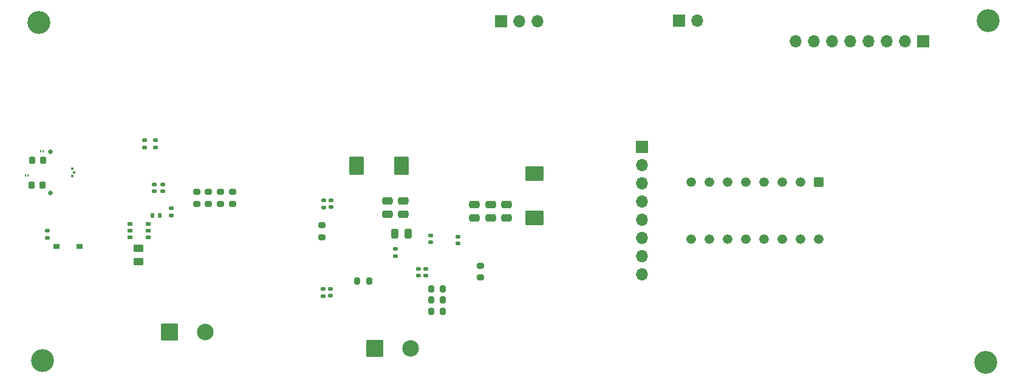
<source format=gbs>
%TF.GenerationSoftware,KiCad,Pcbnew,8.0.6*%
%TF.CreationDate,2025-02-07T14:21:58-05:00*%
%TF.ProjectId,SCAN,5343414e-2e6b-4696-9361-645f70636258,v1.0*%
%TF.SameCoordinates,Original*%
%TF.FileFunction,Soldermask,Bot*%
%TF.FilePolarity,Negative*%
%FSLAX46Y46*%
G04 Gerber Fmt 4.6, Leading zero omitted, Abs format (unit mm)*
G04 Created by KiCad (PCBNEW 8.0.6) date 2025-02-07 14:21:58*
%MOMM*%
%LPD*%
G01*
G04 APERTURE LIST*
G04 Aperture macros list*
%AMRoundRect*
0 Rectangle with rounded corners*
0 $1 Rounding radius*
0 $2 $3 $4 $5 $6 $7 $8 $9 X,Y pos of 4 corners*
0 Add a 4 corners polygon primitive as box body*
4,1,4,$2,$3,$4,$5,$6,$7,$8,$9,$2,$3,0*
0 Add four circle primitives for the rounded corners*
1,1,$1+$1,$2,$3*
1,1,$1+$1,$4,$5*
1,1,$1+$1,$6,$7*
1,1,$1+$1,$8,$9*
0 Add four rect primitives between the rounded corners*
20,1,$1+$1,$2,$3,$4,$5,0*
20,1,$1+$1,$4,$5,$6,$7,0*
20,1,$1+$1,$6,$7,$8,$9,0*
20,1,$1+$1,$8,$9,$2,$3,0*%
G04 Aperture macros list end*
%ADD10R,1.700000X1.700000*%
%ADD11O,1.700000X1.700000*%
%ADD12C,3.200000*%
%ADD13RoundRect,0.102000X-1.050000X-1.050000X1.050000X-1.050000X1.050000X1.050000X-1.050000X1.050000X0*%
%ADD14C,2.304000*%
%ADD15RoundRect,0.102000X-0.565000X0.565000X-0.565000X-0.565000X0.565000X-0.565000X0.565000X0.565000X0*%
%ADD16C,1.334000*%
%ADD17C,0.660400*%
%ADD18R,0.228600X0.304800*%
%ADD19RoundRect,0.135000X-0.185000X0.135000X-0.185000X-0.135000X0.185000X-0.135000X0.185000X0.135000X0*%
%ADD20R,0.800100X0.508000*%
%ADD21RoundRect,0.200000X-0.200000X-0.275000X0.200000X-0.275000X0.200000X0.275000X-0.200000X0.275000X0*%
%ADD22RoundRect,0.200000X0.275000X-0.200000X0.275000X0.200000X-0.275000X0.200000X-0.275000X-0.200000X0*%
%ADD23RoundRect,0.135000X0.185000X-0.135000X0.185000X0.135000X-0.185000X0.135000X-0.185000X-0.135000X0*%
%ADD24RoundRect,0.250000X0.475000X-0.250000X0.475000X0.250000X-0.475000X0.250000X-0.475000X-0.250000X0*%
%ADD25RoundRect,0.200000X-0.275000X0.200000X-0.275000X-0.200000X0.275000X-0.200000X0.275000X0.200000X0*%
%ADD26RoundRect,0.140000X-0.170000X0.140000X-0.170000X-0.140000X0.170000X-0.140000X0.170000X0.140000X0*%
%ADD27RoundRect,0.225000X0.225000X0.250000X-0.225000X0.250000X-0.225000X-0.250000X0.225000X-0.250000X0*%
%ADD28RoundRect,0.250000X1.025000X-0.787500X1.025000X0.787500X-1.025000X0.787500X-1.025000X-0.787500X0*%
%ADD29RoundRect,0.200000X0.200000X0.275000X-0.200000X0.275000X-0.200000X-0.275000X0.200000X-0.275000X0*%
%ADD30RoundRect,0.140000X0.170000X-0.140000X0.170000X0.140000X-0.170000X0.140000X-0.170000X-0.140000X0*%
%ADD31RoundRect,0.243750X0.243750X0.456250X-0.243750X0.456250X-0.243750X-0.456250X0.243750X-0.456250X0*%
%ADD32RoundRect,0.250000X-0.787500X-1.025000X0.787500X-1.025000X0.787500X1.025000X-0.787500X1.025000X0*%
%ADD33R,0.299999X0.299999*%
%ADD34RoundRect,0.135000X-0.135000X-0.185000X0.135000X-0.185000X0.135000X0.185000X-0.135000X0.185000X0*%
%ADD35RoundRect,0.250000X-0.450000X0.262500X-0.450000X-0.262500X0.450000X-0.262500X0.450000X0.262500X0*%
%ADD36R,0.820000X0.760000*%
G04 APERTURE END LIST*
D10*
%TO.C,BZ1*%
X150155000Y-71450000D03*
D11*
X152695000Y-71450000D03*
%TD*%
D12*
%TO.C,H1*%
X60900000Y-71700000D03*
%TD*%
%TO.C,H4*%
X192880000Y-119110000D03*
%TD*%
%TO.C,H3*%
X193260000Y-71430000D03*
%TD*%
D10*
%TO.C,J4*%
X125295000Y-71500000D03*
D11*
X127835000Y-71500000D03*
X130375000Y-71500000D03*
%TD*%
D13*
%TO.C,J3*%
X79122500Y-114850000D03*
D14*
X84122500Y-114850000D03*
%TD*%
D15*
%TO.C,U2*%
X169600000Y-93950000D03*
D16*
X167060000Y-93950000D03*
X164520000Y-93950000D03*
X161980000Y-93950000D03*
X159440000Y-93950000D03*
X156900000Y-93950000D03*
X154360000Y-93950000D03*
X151820000Y-93950000D03*
X151820000Y-101890000D03*
X154360000Y-101890000D03*
X156900000Y-101890000D03*
X159440000Y-101890000D03*
X161980000Y-101890000D03*
X164520000Y-101890000D03*
X167060000Y-101890000D03*
X169600000Y-101890000D03*
%TD*%
D13*
%TO.C,J2*%
X107732500Y-117190000D03*
D14*
X112732500Y-117190000D03*
%TD*%
D17*
%TO.C,J1*%
X62465000Y-89729999D03*
X62465000Y-95510001D03*
%TD*%
D12*
%TO.C,H2*%
X61370000Y-118810000D03*
%TD*%
D10*
%TO.C,J9*%
X144920000Y-89085000D03*
D11*
X144920000Y-91625000D03*
X144920000Y-94165000D03*
X144920000Y-96705000D03*
X144920000Y-99245000D03*
X144920000Y-101785000D03*
X144920000Y-104325000D03*
X144920000Y-106865000D03*
%TD*%
D10*
%TO.C,J7*%
X184150000Y-74340000D03*
D11*
X181610000Y-74340000D03*
X179070000Y-74340000D03*
X176530000Y-74340000D03*
X173990000Y-74340000D03*
X171450000Y-74340000D03*
X168910000Y-74340000D03*
X166370000Y-74340000D03*
%TD*%
D18*
%TO.C,D1*%
X59335600Y-92990000D03*
X58980000Y-92990000D03*
%TD*%
D19*
%TO.C,R55*%
X77110000Y-88120000D03*
X77110000Y-89140000D03*
%TD*%
D20*
%TO.C,Q9*%
X76111900Y-99789998D03*
X76111900Y-100739999D03*
X76111900Y-101690000D03*
X73610000Y-101690000D03*
X73610000Y-100739999D03*
X73610000Y-99789998D03*
%TD*%
D21*
%TO.C,R22*%
X115547500Y-110420000D03*
X117197500Y-110420000D03*
%TD*%
D18*
%TO.C,D2*%
X61510000Y-89610000D03*
X61154400Y-89610000D03*
%TD*%
D19*
%TO.C,R54*%
X75640000Y-88080000D03*
X75640000Y-89100000D03*
%TD*%
D22*
%TO.C,R45*%
X84544444Y-96990000D03*
X84544444Y-95340000D03*
%TD*%
D23*
%TO.C,R53*%
X79310000Y-98610000D03*
X79310000Y-97590000D03*
%TD*%
D24*
%TO.C,C34*%
X111682500Y-98470000D03*
X111682500Y-96570000D03*
%TD*%
%TO.C,C32*%
X121602501Y-98989999D03*
X121602501Y-97089999D03*
%TD*%
D25*
%TO.C,R46*%
X82886666Y-95340000D03*
X82886666Y-96990000D03*
%TD*%
D23*
%TO.C,R18*%
X100612500Y-97490000D03*
X100612500Y-96470000D03*
%TD*%
%TO.C,R19*%
X100500000Y-109879999D03*
X100500000Y-108859999D03*
%TD*%
D25*
%TO.C,R48*%
X86202222Y-95340000D03*
X86202222Y-96990000D03*
%TD*%
D26*
%TO.C,C12*%
X114802500Y-106030000D03*
X114802500Y-106990000D03*
%TD*%
D27*
%TO.C,C47*%
X61430000Y-94340000D03*
X59880000Y-94340000D03*
%TD*%
D24*
%TO.C,C36*%
X109452500Y-98470000D03*
X109452500Y-96570000D03*
%TD*%
D28*
%TO.C,C39*%
X130002500Y-98989999D03*
X130002500Y-92764999D03*
%TD*%
D24*
%TO.C,C37*%
X126102501Y-98989999D03*
X126102501Y-97089999D03*
%TD*%
%TO.C,C35*%
X123852501Y-98989999D03*
X123852501Y-97089999D03*
%TD*%
D19*
%TO.C,R40*%
X62110000Y-100730000D03*
X62110000Y-101750000D03*
%TD*%
D29*
%TO.C,R23*%
X117197500Y-112010000D03*
X115547500Y-112010000D03*
%TD*%
D30*
%TO.C,C14*%
X101500000Y-109829999D03*
X101500000Y-108869999D03*
%TD*%
D22*
%TO.C,R47*%
X87860000Y-96990000D03*
X87860000Y-95340000D03*
%TD*%
D31*
%TO.C,D13*%
X112400000Y-101190000D03*
X110525000Y-101190000D03*
%TD*%
D30*
%TO.C,C44*%
X78130000Y-95270000D03*
X78130000Y-94310000D03*
%TD*%
D26*
%TO.C,C15*%
X113792500Y-106040000D03*
X113792500Y-107000000D03*
%TD*%
D25*
%TO.C,R28*%
X122472500Y-105615000D03*
X122472500Y-107265000D03*
%TD*%
D30*
%TO.C,C20*%
X119282500Y-102550000D03*
X119282500Y-101590000D03*
%TD*%
D32*
%TO.C,C38*%
X105170000Y-91680000D03*
X111395000Y-91680000D03*
%TD*%
D33*
%TO.C,U3*%
X65800000Y-92600000D03*
X65549998Y-93099999D03*
X65549998Y-92100001D03*
%TD*%
D21*
%TO.C,R26*%
X115552500Y-108830000D03*
X117202500Y-108830000D03*
%TD*%
D27*
%TO.C,C48*%
X61515000Y-90910000D03*
X59965000Y-90910000D03*
%TD*%
D30*
%TO.C,C19*%
X115502500Y-102369999D03*
X115502500Y-101409999D03*
%TD*%
D21*
%TO.C,R25*%
X105257500Y-107800000D03*
X106907500Y-107800000D03*
%TD*%
D34*
%TO.C,R52*%
X76710000Y-98620000D03*
X77730000Y-98620000D03*
%TD*%
D30*
%TO.C,C45*%
X77010000Y-95270000D03*
X77010000Y-94310000D03*
%TD*%
%TO.C,C13*%
X101612500Y-97440000D03*
X101612500Y-96480000D03*
%TD*%
D35*
%TO.C,R56*%
X74740000Y-103227500D03*
X74740000Y-105052500D03*
%TD*%
D36*
%TO.C,D15*%
X66570000Y-102910000D03*
X63370000Y-102910000D03*
%TD*%
D23*
%TO.C,R27*%
X110542500Y-104290000D03*
X110542500Y-103270000D03*
%TD*%
D25*
%TO.C,R24*%
X100322500Y-99995000D03*
X100322500Y-101645000D03*
%TD*%
M02*

</source>
